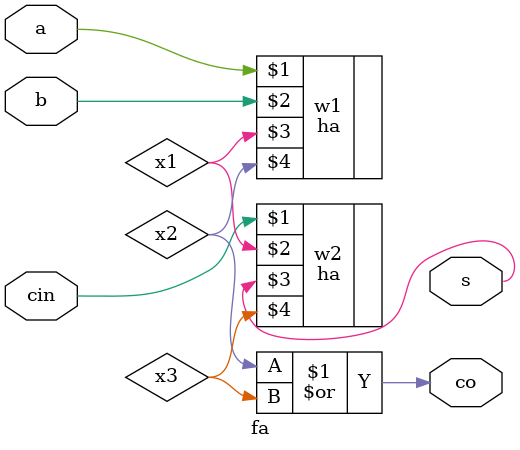
<source format=v>
module fa(a,b,cin,s,co);
input a,b,cin;
output co,s;
wire x1,x2,x3;
ha w1(a,b,x1,x2);
ha w2(cin,x1,s,x3);
assign co=x2|x3;
endmodule

</source>
